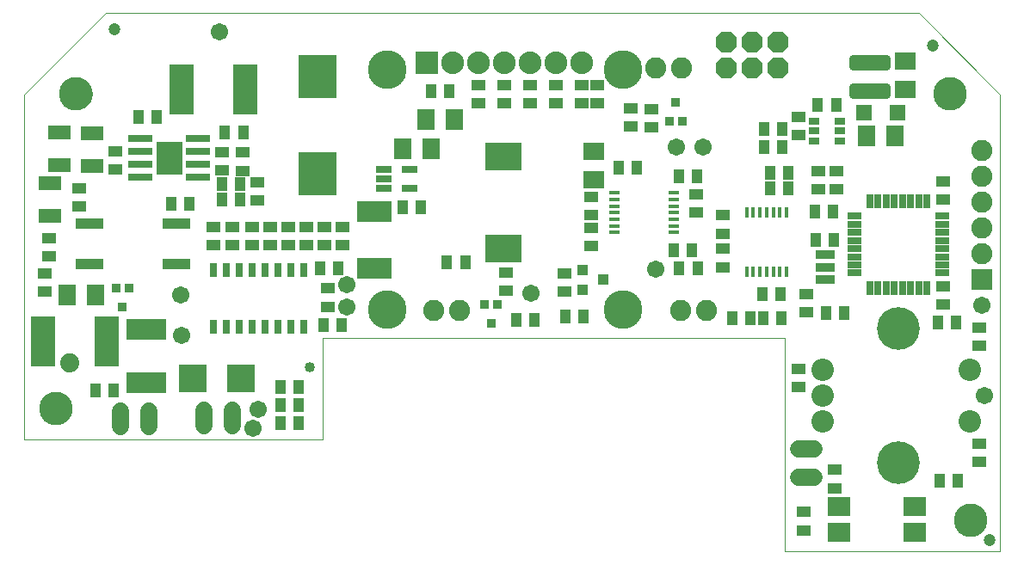
<source format=gts>
G75*
G70*
%OFA0B0*%
%FSLAX24Y24*%
%IPPOS*%
%LPD*%
%AMOC8*
5,1,8,0,0,1.08239X$1,22.5*
%
%ADD10C,0.0000*%
%ADD11C,0.1300*%
%ADD12C,0.0867*%
%ADD13C,0.1655*%
%ADD14R,0.0600X0.0300*%
%ADD15R,0.0552X0.0395*%
%ADD16R,0.0395X0.0552*%
%ADD17R,0.1340X0.0789*%
%ADD18R,0.0880X0.0880*%
%ADD19C,0.0880*%
%ADD20C,0.1497*%
%ADD21R,0.0710X0.0789*%
%ADD22R,0.1100X0.0420*%
%ADD23R,0.0749X0.0356*%
%ADD24R,0.0580X0.0300*%
%ADD25R,0.0300X0.0580*%
%ADD26R,0.0316X0.0552*%
%ADD27R,0.0395X0.0257*%
%ADD28R,0.0926X0.0277*%
%ADD29R,0.1025X0.1300*%
%ADD30C,0.0286*%
%ADD31R,0.1458X0.1694*%
%ADD32R,0.0630X0.0630*%
%ADD33R,0.0789X0.0710*%
%ADD34R,0.0434X0.0395*%
%ADD35R,0.0867X0.0552*%
%ADD36R,0.0980X0.1970*%
%ADD37R,0.1080X0.1080*%
%ADD38R,0.0356X0.0356*%
%ADD39R,0.1537X0.0789*%
%ADD40C,0.0680*%
%ADD41C,0.0474*%
%ADD42C,0.0671*%
%ADD43C,0.0820*%
%ADD44R,0.0820X0.0820*%
%ADD45R,0.0394X0.0177*%
%ADD46R,0.0177X0.0394*%
%ADD47R,0.0867X0.0781*%
%ADD48OC8,0.0820*%
%ADD49C,0.0400*%
%ADD50R,0.1419X0.1104*%
%ADD51C,0.0740*%
D10*
X000180Y005173D02*
X011735Y005173D01*
X011735Y009110D01*
X029633Y009110D01*
X029633Y000843D01*
X037975Y000843D01*
X037975Y018559D01*
X034827Y021708D01*
X003329Y021708D01*
X000180Y018559D01*
X000180Y005173D01*
X000783Y006386D02*
X000785Y006435D01*
X000791Y006484D01*
X000801Y006532D01*
X000814Y006579D01*
X000832Y006625D01*
X000853Y006669D01*
X000877Y006712D01*
X000905Y006752D01*
X000936Y006791D01*
X000970Y006826D01*
X001007Y006859D01*
X001046Y006888D01*
X001088Y006914D01*
X001131Y006937D01*
X001177Y006956D01*
X001223Y006972D01*
X001271Y006984D01*
X001319Y006992D01*
X001368Y006996D01*
X001418Y006996D01*
X001467Y006992D01*
X001515Y006984D01*
X001563Y006972D01*
X001609Y006956D01*
X001655Y006937D01*
X001698Y006914D01*
X001740Y006888D01*
X001779Y006859D01*
X001816Y006826D01*
X001850Y006791D01*
X001881Y006752D01*
X001909Y006712D01*
X001933Y006669D01*
X001954Y006625D01*
X001972Y006579D01*
X001985Y006532D01*
X001995Y006484D01*
X002001Y006435D01*
X002003Y006386D01*
X002001Y006337D01*
X001995Y006288D01*
X001985Y006240D01*
X001972Y006193D01*
X001954Y006147D01*
X001933Y006103D01*
X001909Y006060D01*
X001881Y006020D01*
X001850Y005981D01*
X001816Y005946D01*
X001779Y005913D01*
X001740Y005884D01*
X001698Y005858D01*
X001655Y005835D01*
X001609Y005816D01*
X001563Y005800D01*
X001515Y005788D01*
X001467Y005780D01*
X001418Y005776D01*
X001368Y005776D01*
X001319Y005780D01*
X001271Y005788D01*
X001223Y005800D01*
X001177Y005816D01*
X001131Y005835D01*
X001088Y005858D01*
X001046Y005884D01*
X001007Y005913D01*
X000970Y005946D01*
X000936Y005981D01*
X000905Y006020D01*
X000877Y006060D01*
X000853Y006103D01*
X000832Y006147D01*
X000814Y006193D01*
X000801Y006240D01*
X000791Y006288D01*
X000785Y006337D01*
X000783Y006386D01*
X001570Y018591D02*
X001572Y018640D01*
X001578Y018689D01*
X001588Y018737D01*
X001601Y018784D01*
X001619Y018830D01*
X001640Y018874D01*
X001664Y018917D01*
X001692Y018957D01*
X001723Y018996D01*
X001757Y019031D01*
X001794Y019064D01*
X001833Y019093D01*
X001875Y019119D01*
X001918Y019142D01*
X001964Y019161D01*
X002010Y019177D01*
X002058Y019189D01*
X002106Y019197D01*
X002155Y019201D01*
X002205Y019201D01*
X002254Y019197D01*
X002302Y019189D01*
X002350Y019177D01*
X002396Y019161D01*
X002442Y019142D01*
X002485Y019119D01*
X002527Y019093D01*
X002566Y019064D01*
X002603Y019031D01*
X002637Y018996D01*
X002668Y018957D01*
X002696Y018917D01*
X002720Y018874D01*
X002741Y018830D01*
X002759Y018784D01*
X002772Y018737D01*
X002782Y018689D01*
X002788Y018640D01*
X002790Y018591D01*
X002788Y018542D01*
X002782Y018493D01*
X002772Y018445D01*
X002759Y018398D01*
X002741Y018352D01*
X002720Y018308D01*
X002696Y018265D01*
X002668Y018225D01*
X002637Y018186D01*
X002603Y018151D01*
X002566Y018118D01*
X002527Y018089D01*
X002485Y018063D01*
X002442Y018040D01*
X002396Y018021D01*
X002350Y018005D01*
X002302Y017993D01*
X002254Y017985D01*
X002205Y017981D01*
X002155Y017981D01*
X002106Y017985D01*
X002058Y017993D01*
X002010Y018005D01*
X001964Y018021D01*
X001918Y018040D01*
X001875Y018063D01*
X001833Y018089D01*
X001794Y018118D01*
X001757Y018151D01*
X001723Y018186D01*
X001692Y018225D01*
X001664Y018265D01*
X001640Y018308D01*
X001619Y018352D01*
X001601Y018398D01*
X001588Y018445D01*
X001578Y018493D01*
X001572Y018542D01*
X001570Y018591D01*
X035428Y018591D02*
X035430Y018640D01*
X035436Y018689D01*
X035446Y018737D01*
X035459Y018784D01*
X035477Y018830D01*
X035498Y018874D01*
X035522Y018917D01*
X035550Y018957D01*
X035581Y018996D01*
X035615Y019031D01*
X035652Y019064D01*
X035691Y019093D01*
X035733Y019119D01*
X035776Y019142D01*
X035822Y019161D01*
X035868Y019177D01*
X035916Y019189D01*
X035964Y019197D01*
X036013Y019201D01*
X036063Y019201D01*
X036112Y019197D01*
X036160Y019189D01*
X036208Y019177D01*
X036254Y019161D01*
X036300Y019142D01*
X036343Y019119D01*
X036385Y019093D01*
X036424Y019064D01*
X036461Y019031D01*
X036495Y018996D01*
X036526Y018957D01*
X036554Y018917D01*
X036578Y018874D01*
X036599Y018830D01*
X036617Y018784D01*
X036630Y018737D01*
X036640Y018689D01*
X036646Y018640D01*
X036648Y018591D01*
X036646Y018542D01*
X036640Y018493D01*
X036630Y018445D01*
X036617Y018398D01*
X036599Y018352D01*
X036578Y018308D01*
X036554Y018265D01*
X036526Y018225D01*
X036495Y018186D01*
X036461Y018151D01*
X036424Y018118D01*
X036385Y018089D01*
X036343Y018063D01*
X036300Y018040D01*
X036254Y018021D01*
X036208Y018005D01*
X036160Y017993D01*
X036112Y017985D01*
X036063Y017981D01*
X036013Y017981D01*
X035964Y017985D01*
X035916Y017993D01*
X035868Y018005D01*
X035822Y018021D01*
X035776Y018040D01*
X035733Y018063D01*
X035691Y018089D01*
X035652Y018118D01*
X035615Y018151D01*
X035581Y018186D01*
X035550Y018225D01*
X035522Y018265D01*
X035498Y018308D01*
X035477Y018352D01*
X035459Y018398D01*
X035446Y018445D01*
X035436Y018493D01*
X035430Y018542D01*
X035428Y018591D01*
X036216Y002055D02*
X036218Y002104D01*
X036224Y002153D01*
X036234Y002201D01*
X036247Y002248D01*
X036265Y002294D01*
X036286Y002338D01*
X036310Y002381D01*
X036338Y002421D01*
X036369Y002460D01*
X036403Y002495D01*
X036440Y002528D01*
X036479Y002557D01*
X036521Y002583D01*
X036564Y002606D01*
X036610Y002625D01*
X036656Y002641D01*
X036704Y002653D01*
X036752Y002661D01*
X036801Y002665D01*
X036851Y002665D01*
X036900Y002661D01*
X036948Y002653D01*
X036996Y002641D01*
X037042Y002625D01*
X037088Y002606D01*
X037131Y002583D01*
X037173Y002557D01*
X037212Y002528D01*
X037249Y002495D01*
X037283Y002460D01*
X037314Y002421D01*
X037342Y002381D01*
X037366Y002338D01*
X037387Y002294D01*
X037405Y002248D01*
X037418Y002201D01*
X037428Y002153D01*
X037434Y002104D01*
X037436Y002055D01*
X037434Y002006D01*
X037428Y001957D01*
X037418Y001909D01*
X037405Y001862D01*
X037387Y001816D01*
X037366Y001772D01*
X037342Y001729D01*
X037314Y001689D01*
X037283Y001650D01*
X037249Y001615D01*
X037212Y001582D01*
X037173Y001553D01*
X037131Y001527D01*
X037088Y001504D01*
X037042Y001485D01*
X036996Y001469D01*
X036948Y001457D01*
X036900Y001449D01*
X036851Y001445D01*
X036801Y001445D01*
X036752Y001449D01*
X036704Y001457D01*
X036656Y001469D01*
X036610Y001485D01*
X036564Y001504D01*
X036521Y001527D01*
X036479Y001553D01*
X036440Y001582D01*
X036403Y001615D01*
X036369Y001650D01*
X036338Y001689D01*
X036310Y001729D01*
X036286Y001772D01*
X036265Y001816D01*
X036247Y001862D01*
X036234Y001909D01*
X036224Y001957D01*
X036218Y002006D01*
X036216Y002055D01*
D11*
X036826Y002055D03*
X036038Y018591D03*
X002180Y018591D03*
X001393Y006386D03*
D12*
X031088Y006874D03*
X031088Y007874D03*
X031088Y005874D03*
X036788Y005874D03*
X036788Y007874D03*
D13*
X034038Y009474D03*
X034038Y004274D03*
D14*
X015110Y014923D03*
X015110Y015663D03*
X014110Y015663D03*
X014110Y015293D03*
X014110Y014923D03*
D15*
X012505Y013423D03*
X011805Y013423D03*
X011105Y013423D03*
X010405Y013423D03*
X009705Y013423D03*
X009005Y013423D03*
X008245Y013418D03*
X007515Y013418D03*
X007515Y012709D03*
X008245Y012709D03*
X009005Y012714D03*
X009705Y012714D03*
X010405Y012714D03*
X011105Y012714D03*
X011805Y012714D03*
X012505Y012714D03*
X011930Y011043D03*
X011930Y010334D03*
X018840Y010959D03*
X018840Y011668D03*
X021100Y011627D03*
X021100Y010919D03*
X022135Y012689D03*
X022135Y013398D03*
X022135Y013889D03*
X022135Y014598D03*
X026210Y014683D03*
X026210Y013974D03*
X027230Y013878D03*
X027230Y013169D03*
X027230Y012578D03*
X027230Y011869D03*
X030480Y010828D03*
X030480Y010119D03*
X030180Y007928D03*
X030180Y007219D03*
X031580Y004008D03*
X031580Y003299D03*
X030380Y002378D03*
X030380Y001669D03*
X037180Y004319D03*
X037180Y005028D03*
X037180Y008819D03*
X037180Y009528D03*
X035780Y010419D03*
X035780Y011128D03*
X035765Y014484D03*
X035765Y015193D03*
X031635Y014889D03*
X030935Y014889D03*
X030935Y015598D03*
X031635Y015598D03*
X030165Y016984D03*
X030165Y017693D03*
X024460Y017993D03*
X023665Y018018D03*
X023665Y017309D03*
X024460Y017284D03*
X022380Y018219D03*
X021780Y018219D03*
X021780Y018928D03*
X022380Y018928D03*
X020780Y018928D03*
X020780Y018219D03*
X019780Y018219D03*
X018780Y018219D03*
X018780Y018928D03*
X019780Y018928D03*
X017780Y018928D03*
X017780Y018219D03*
X009210Y015168D03*
X008635Y015599D03*
X007835Y015624D03*
X007835Y016333D03*
X008635Y016308D03*
X009210Y014459D03*
X003710Y015650D03*
X003710Y016358D03*
X002300Y014923D03*
X002300Y014214D03*
X001135Y012998D03*
X001135Y012289D03*
X000980Y011628D03*
X000980Y010919D03*
D16*
X005856Y014328D03*
X006564Y014328D03*
X007826Y014494D03*
X007836Y015103D03*
X008544Y015103D03*
X008535Y014494D03*
X008659Y017073D03*
X007951Y017073D03*
X005310Y017684D03*
X004602Y017684D03*
X014826Y014173D03*
X015534Y014173D03*
X016546Y012053D03*
X017254Y012053D03*
X021126Y009956D03*
X021835Y009956D03*
X019934Y009823D03*
X019226Y009823D03*
X025551Y011823D03*
X026259Y011823D03*
X026034Y012518D03*
X025326Y012518D03*
X028776Y010823D03*
X029484Y010823D03*
X029504Y009903D03*
X028796Y009903D03*
X028294Y009893D03*
X027586Y009893D03*
X031226Y010073D03*
X031934Y010073D03*
X035576Y009723D03*
X036284Y009723D03*
X031534Y012933D03*
X030826Y012933D03*
X030806Y014013D03*
X031514Y014013D03*
X029784Y014923D03*
X029076Y014923D03*
X029076Y015523D03*
X029784Y015523D03*
X029549Y016508D03*
X028841Y016508D03*
X028841Y017208D03*
X029549Y017208D03*
X030911Y018138D03*
X031619Y018138D03*
X026234Y015373D03*
X025526Y015373D03*
X023904Y015718D03*
X023196Y015718D03*
X016634Y018673D03*
X015926Y018673D03*
X012334Y011823D03*
X011626Y011823D03*
X011776Y009623D03*
X012484Y009623D03*
X010794Y007223D03*
X010086Y007223D03*
X010086Y006523D03*
X010794Y006523D03*
X010794Y005823D03*
X010086Y005823D03*
X003634Y007073D03*
X002926Y007073D03*
X035626Y003573D03*
X036334Y003573D03*
D17*
X013730Y011816D03*
X013730Y014021D03*
D18*
X015783Y019796D03*
D19*
X016783Y019796D03*
X017783Y019796D03*
X018783Y019796D03*
X019783Y019796D03*
X020783Y019796D03*
X021783Y019796D03*
D20*
X023374Y019536D03*
X014240Y019536D03*
X014240Y010206D03*
X023374Y010206D03*
D21*
X015936Y016458D03*
X014834Y016458D03*
X015729Y017573D03*
X016831Y017573D03*
X002931Y010773D03*
X001829Y010773D03*
X032814Y016938D03*
X033916Y016938D03*
D22*
X006070Y013563D03*
X006070Y011983D03*
X002690Y011983D03*
X002690Y013563D03*
D23*
X031185Y012341D03*
X031185Y011868D03*
X031185Y011396D03*
D24*
X032345Y011641D03*
X032345Y011956D03*
X032345Y012271D03*
X032345Y012586D03*
X032345Y012901D03*
X032345Y013216D03*
X032345Y013531D03*
X032345Y013846D03*
X035725Y013846D03*
X035725Y013531D03*
X035725Y013216D03*
X035725Y012901D03*
X035725Y012586D03*
X035725Y012271D03*
X035725Y011956D03*
X035725Y011641D03*
D25*
X035137Y011053D03*
X034822Y011053D03*
X034507Y011053D03*
X034192Y011053D03*
X033878Y011053D03*
X033563Y011053D03*
X033248Y011053D03*
X032933Y011053D03*
X032933Y014433D03*
X033248Y014433D03*
X033563Y014433D03*
X033878Y014433D03*
X034192Y014433D03*
X034507Y014433D03*
X034822Y014433D03*
X035137Y014433D03*
D26*
X011005Y011771D03*
X010505Y011771D03*
X010005Y011771D03*
X009505Y011771D03*
X009005Y011771D03*
X008505Y011771D03*
X008005Y011771D03*
X007505Y011771D03*
X007505Y009566D03*
X008005Y009566D03*
X008505Y009566D03*
X009005Y009566D03*
X009505Y009566D03*
X010005Y009566D03*
X010505Y009566D03*
X011005Y009566D03*
D27*
X030763Y016764D03*
X030763Y017138D03*
X030763Y017512D03*
X031767Y017512D03*
X031767Y017138D03*
X031767Y016764D03*
D28*
X006917Y016848D03*
X006917Y016348D03*
X006917Y015848D03*
X006917Y015348D03*
X004653Y015348D03*
X004653Y015848D03*
X004653Y016348D03*
X004653Y016848D03*
D29*
X005785Y016098D03*
D30*
X032270Y018850D02*
X033560Y018850D01*
X033560Y018564D01*
X032270Y018564D01*
X032270Y018850D01*
X032270Y018849D02*
X033560Y018849D01*
X033560Y019953D02*
X032270Y019953D01*
X033560Y019953D02*
X033560Y019667D01*
X032270Y019667D01*
X032270Y019953D01*
X032270Y019952D02*
X033560Y019952D01*
D31*
X011545Y019239D03*
X011545Y015498D03*
D32*
X032715Y017838D03*
X034015Y017838D03*
D33*
X034295Y018757D03*
X034295Y019860D03*
X022250Y016370D03*
X022250Y015267D03*
D34*
X021787Y011749D03*
X022613Y011375D03*
X021787Y011001D03*
D35*
X002795Y015804D03*
X001550Y015824D03*
X001160Y015108D03*
X001160Y013849D03*
X001550Y017083D03*
X002795Y017063D03*
D36*
X006280Y018748D03*
X008720Y018748D03*
X003355Y009003D03*
X000915Y009003D03*
D37*
X006705Y007558D03*
X008555Y007558D03*
D38*
X003980Y010309D03*
X003724Y011038D03*
X004236Y011038D03*
X018004Y010418D03*
X018516Y010418D03*
X018260Y009689D03*
X025154Y017509D03*
X025666Y017509D03*
X025410Y018238D03*
D39*
X004895Y009442D03*
X004895Y007375D03*
D40*
X004995Y006293D02*
X004995Y005693D01*
X003895Y005693D02*
X003895Y006293D01*
X007140Y006308D02*
X007140Y005708D01*
X008240Y005708D02*
X008240Y006308D01*
X030180Y004823D02*
X030780Y004823D01*
X030780Y003723D02*
X030180Y003723D01*
D41*
X037580Y001273D03*
X035365Y020463D03*
X003680Y021073D03*
D42*
X007720Y020973D03*
X012680Y011173D03*
X012680Y010323D03*
X006230Y010773D03*
X006280Y009223D03*
X009220Y006338D03*
X009030Y005623D03*
X019800Y010863D03*
X024630Y011773D03*
X025430Y016523D03*
X026480Y016523D03*
X037280Y010373D03*
X037380Y006873D03*
D43*
X037280Y012373D03*
X037280Y013373D03*
X037280Y014373D03*
X037280Y015373D03*
X037280Y016373D03*
X026600Y010173D03*
X025600Y010173D03*
X017040Y010173D03*
X016040Y010173D03*
X024645Y019603D03*
X025645Y019603D03*
D44*
X037280Y011373D03*
D45*
X025332Y013206D03*
X025332Y013462D03*
X025332Y013718D03*
X025332Y013973D03*
X025332Y014229D03*
X025332Y014485D03*
X025332Y014741D03*
X023028Y014741D03*
X023028Y014485D03*
X023028Y014229D03*
X023028Y013973D03*
X023028Y013718D03*
X023028Y013462D03*
X023028Y013206D03*
D46*
X028162Y013975D03*
X028418Y013975D03*
X028674Y013975D03*
X028930Y013975D03*
X029186Y013975D03*
X029442Y013975D03*
X029698Y013975D03*
X029698Y011672D03*
X029442Y011672D03*
X029186Y011672D03*
X028930Y011672D03*
X028674Y011672D03*
X028418Y011672D03*
X028162Y011672D03*
D47*
X031723Y002573D03*
X031723Y001573D03*
X034656Y001573D03*
X034656Y002573D03*
D48*
X029380Y019573D03*
X028380Y019573D03*
X027380Y019573D03*
X027380Y020573D03*
X028380Y020573D03*
X029380Y020573D03*
D49*
X011230Y007973D03*
D50*
X018740Y012602D03*
X018740Y016145D03*
D51*
X001930Y008143D03*
M02*

</source>
